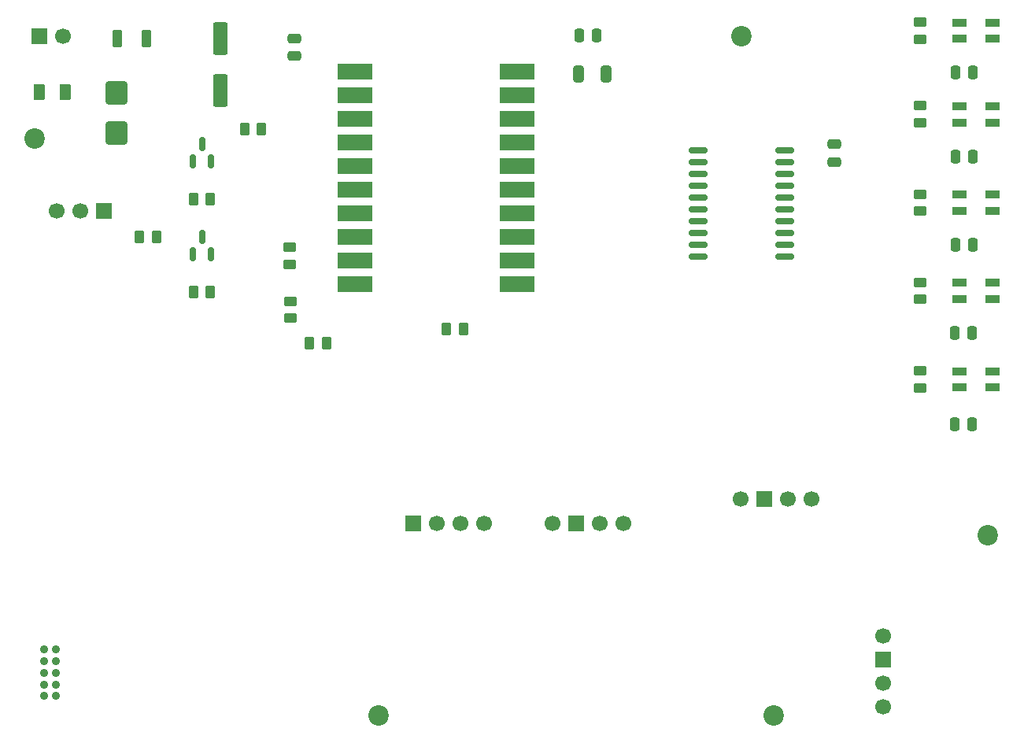
<source format=gts>
%TF.GenerationSoftware,KiCad,Pcbnew,9.0.5*%
%TF.CreationDate,2025-11-19T18:58:22+01:00*%
%TF.ProjectId,aeris,61657269-732e-46b6-9963-61645f706362,rev?*%
%TF.SameCoordinates,Original*%
%TF.FileFunction,Soldermask,Top*%
%TF.FilePolarity,Negative*%
%FSLAX46Y46*%
G04 Gerber Fmt 4.6, Leading zero omitted, Abs format (unit mm)*
G04 Created by KiCad (PCBNEW 9.0.5) date 2025-11-19 18:58:22*
%MOMM*%
%LPD*%
G01*
G04 APERTURE LIST*
G04 Aperture macros list*
%AMRoundRect*
0 Rectangle with rounded corners*
0 $1 Rounding radius*
0 $2 $3 $4 $5 $6 $7 $8 $9 X,Y pos of 4 corners*
0 Add a 4 corners polygon primitive as box body*
4,1,4,$2,$3,$4,$5,$6,$7,$8,$9,$2,$3,0*
0 Add four circle primitives for the rounded corners*
1,1,$1+$1,$2,$3*
1,1,$1+$1,$4,$5*
1,1,$1+$1,$6,$7*
1,1,$1+$1,$8,$9*
0 Add four rect primitives between the rounded corners*
20,1,$1+$1,$2,$3,$4,$5,0*
20,1,$1+$1,$4,$5,$6,$7,0*
20,1,$1+$1,$6,$7,$8,$9,0*
20,1,$1+$1,$8,$9,$2,$3,0*%
G04 Aperture macros list end*
%ADD10R,3.700000X1.700000*%
%ADD11R,1.600000X0.850000*%
%ADD12RoundRect,0.250000X-0.262500X-0.450000X0.262500X-0.450000X0.262500X0.450000X-0.262500X0.450000X0*%
%ADD13C,1.700000*%
%ADD14R,1.700000X1.700000*%
%ADD15C,2.200000*%
%ADD16RoundRect,0.250000X-0.375000X-0.625000X0.375000X-0.625000X0.375000X0.625000X-0.375000X0.625000X0*%
%ADD17RoundRect,0.150000X0.150000X-0.587500X0.150000X0.587500X-0.150000X0.587500X-0.150000X-0.587500X0*%
%ADD18RoundRect,0.250000X-0.250000X-0.475000X0.250000X-0.475000X0.250000X0.475000X-0.250000X0.475000X0*%
%ADD19RoundRect,0.250000X0.450000X-0.262500X0.450000X0.262500X-0.450000X0.262500X-0.450000X-0.262500X0*%
%ADD20RoundRect,0.250000X-0.550000X1.500000X-0.550000X-1.500000X0.550000X-1.500000X0.550000X1.500000X0*%
%ADD21RoundRect,0.250000X0.475000X-0.250000X0.475000X0.250000X-0.475000X0.250000X-0.475000X-0.250000X0*%
%ADD22RoundRect,0.250000X0.275000X0.700000X-0.275000X0.700000X-0.275000X-0.700000X0.275000X-0.700000X0*%
%ADD23RoundRect,0.250000X-0.475000X0.250000X-0.475000X-0.250000X0.475000X-0.250000X0.475000X0.250000X0*%
%ADD24RoundRect,0.250000X-0.325000X-0.650000X0.325000X-0.650000X0.325000X0.650000X-0.325000X0.650000X0*%
%ADD25RoundRect,0.250000X0.262500X0.450000X-0.262500X0.450000X-0.262500X-0.450000X0.262500X-0.450000X0*%
%ADD26RoundRect,0.250000X0.900000X-1.000000X0.900000X1.000000X-0.900000X1.000000X-0.900000X-1.000000X0*%
%ADD27RoundRect,0.150000X-0.875000X-0.150000X0.875000X-0.150000X0.875000X0.150000X-0.875000X0.150000X0*%
%ADD28RoundRect,0.250000X-0.450000X0.262500X-0.450000X-0.262500X0.450000X-0.262500X0.450000X0.262500X0*%
%ADD29C,0.900000*%
G04 APERTURE END LIST*
D10*
%TO.C,U1*%
X91400000Y-58620000D03*
X91400000Y-56080000D03*
X91400000Y-53540000D03*
X91400000Y-51000000D03*
X91400000Y-48460000D03*
X91400000Y-45920000D03*
X91400000Y-43380000D03*
X91400000Y-40840000D03*
X91400000Y-38300000D03*
X91400000Y-35760000D03*
X73950000Y-58620000D03*
X73950000Y-56080000D03*
X73950000Y-53540000D03*
X73950000Y-51000000D03*
X73950000Y-48460000D03*
X73950000Y-45920000D03*
X73950000Y-43380000D03*
X73950000Y-40840000D03*
X73950000Y-38300000D03*
X73950000Y-35760000D03*
%TD*%
D11*
%TO.C,D3*%
X142500000Y-50750000D03*
X142500000Y-49000000D03*
X139000000Y-49000000D03*
X139000000Y-50750000D03*
%TD*%
%TO.C,D2*%
X142500000Y-41250000D03*
X142500000Y-39500000D03*
X139000000Y-39500000D03*
X139000000Y-41250000D03*
%TD*%
%TO.C,D5*%
X142500000Y-69750000D03*
X142500000Y-68000000D03*
X139000000Y-68000000D03*
X139000000Y-69750000D03*
%TD*%
D12*
%TO.C,R6*%
X56587500Y-59500000D03*
X58412500Y-59500000D03*
%TD*%
D13*
%TO.C,J4*%
X95220000Y-84380000D03*
D14*
X97760000Y-84380000D03*
D13*
X100300000Y-84380000D03*
X102840000Y-84380000D03*
%TD*%
D15*
%TO.C,H3*%
X39500000Y-43000000D03*
%TD*%
D14*
%TO.C,J7*%
X46990000Y-50800000D03*
D13*
X44450000Y-50800000D03*
X41910000Y-50800000D03*
%TD*%
D12*
%TO.C,R4*%
X83820000Y-63500000D03*
X85645000Y-63500000D03*
%TD*%
D15*
%TO.C,H1*%
X119000000Y-105000000D03*
%TD*%
D16*
%TO.C,F1*%
X40000000Y-38000000D03*
X42800000Y-38000000D03*
%TD*%
D14*
%TO.C,J6*%
X40000000Y-32000000D03*
D13*
X42540000Y-32000000D03*
%TD*%
D17*
%TO.C,Q2*%
X56550000Y-55437500D03*
X58450000Y-55437500D03*
X57500000Y-53562500D03*
%TD*%
D18*
%TO.C,C6*%
X138450000Y-63900000D03*
X140350000Y-63900000D03*
%TD*%
D11*
%TO.C,D4*%
X142500000Y-60250000D03*
X142500000Y-58500000D03*
X139000000Y-58500000D03*
X139000000Y-60250000D03*
%TD*%
D15*
%TO.C,H5*%
X76500000Y-105000000D03*
%TD*%
D19*
%TO.C,R11*%
X134750000Y-50787500D03*
X134750000Y-48962500D03*
%TD*%
D20*
%TO.C,C3*%
X59500000Y-32200000D03*
X59500000Y-37800000D03*
%TD*%
D19*
%TO.C,R9*%
X134750000Y-32287500D03*
X134750000Y-30462500D03*
%TD*%
D13*
%TO.C,J2*%
X130810000Y-96520000D03*
D14*
X130810000Y-99060000D03*
D13*
X130810000Y-101600000D03*
X130810000Y-104140000D03*
%TD*%
D21*
%TO.C,C4*%
X67400000Y-34100000D03*
X67400000Y-32200000D03*
%TD*%
D13*
%TO.C,J5*%
X115460000Y-81730000D03*
D14*
X118000000Y-81730000D03*
D13*
X120540000Y-81730000D03*
X123080000Y-81730000D03*
%TD*%
D22*
%TO.C,FB1*%
X51500000Y-32200000D03*
X48350000Y-32200000D03*
%TD*%
D15*
%TO.C,H2*%
X142000000Y-85630000D03*
%TD*%
D23*
%TO.C,C10*%
X125500000Y-43600000D03*
X125500000Y-45500000D03*
%TD*%
D15*
%TO.C,H4*%
X115500000Y-32000000D03*
%TD*%
D24*
%TO.C,C1*%
X98025000Y-36000000D03*
X100975000Y-36000000D03*
%TD*%
D18*
%TO.C,C2*%
X98050000Y-31900000D03*
X99950000Y-31900000D03*
%TD*%
D25*
%TO.C,R3*%
X70912500Y-65000000D03*
X69087500Y-65000000D03*
%TD*%
D19*
%TO.C,R10*%
X134750000Y-41287500D03*
X134750000Y-39462500D03*
%TD*%
D26*
%TO.C,D0*%
X48300000Y-42350000D03*
X48300000Y-38050000D03*
%TD*%
D12*
%TO.C,R8*%
X50775000Y-53600000D03*
X52600000Y-53600000D03*
%TD*%
D27*
%TO.C,U2*%
X110850000Y-44285000D03*
X110850000Y-45555000D03*
X110850000Y-46825000D03*
X110850000Y-48095000D03*
X110850000Y-49365000D03*
X110850000Y-50635000D03*
X110850000Y-51905000D03*
X110850000Y-53175000D03*
X110850000Y-54445000D03*
X110850000Y-55715000D03*
X120150000Y-55715000D03*
X120150000Y-54445000D03*
X120150000Y-53175000D03*
X120150000Y-51905000D03*
X120150000Y-50635000D03*
X120150000Y-49365000D03*
X120150000Y-48095000D03*
X120150000Y-46825000D03*
X120150000Y-45555000D03*
X120150000Y-44285000D03*
%TD*%
D17*
%TO.C,Q1*%
X56550000Y-45437500D03*
X58450000Y-45437500D03*
X57500000Y-43562500D03*
%TD*%
D19*
%TO.C,R1*%
X66900000Y-56525000D03*
X66900000Y-54700000D03*
%TD*%
%TO.C,R13*%
X134750000Y-69787500D03*
X134750000Y-67962500D03*
%TD*%
D18*
%TO.C,C7*%
X138450000Y-73700000D03*
X140350000Y-73700000D03*
%TD*%
D19*
%TO.C,R12*%
X134750000Y-60287500D03*
X134750000Y-58462500D03*
%TD*%
D11*
%TO.C,D1*%
X142500000Y-32250000D03*
X142500000Y-30500000D03*
X139000000Y-30500000D03*
X139000000Y-32250000D03*
%TD*%
D12*
%TO.C,R5*%
X56587500Y-49500000D03*
X58412500Y-49500000D03*
%TD*%
D18*
%TO.C,C5*%
X138550000Y-54400000D03*
X140450000Y-54400000D03*
%TD*%
D13*
%TO.C,J3*%
X87860000Y-84420000D03*
X85320000Y-84420000D03*
X82780000Y-84420000D03*
D14*
X80240000Y-84420000D03*
%TD*%
D25*
%TO.C,R7*%
X63912500Y-42000000D03*
X62087500Y-42000000D03*
%TD*%
D18*
%TO.C,C9*%
X138550000Y-44900000D03*
X140450000Y-44900000D03*
%TD*%
D28*
%TO.C,R2*%
X67000000Y-60500000D03*
X67000000Y-62325000D03*
%TD*%
D18*
%TO.C,C8*%
X138550000Y-35900000D03*
X140450000Y-35900000D03*
%TD*%
D29*
%TO.C,J1*%
X40515000Y-102950000D03*
X41765000Y-102950000D03*
X40515000Y-101700000D03*
X41765000Y-101700000D03*
X40515000Y-100450000D03*
X41765000Y-100450000D03*
X40515000Y-99200000D03*
X41765000Y-99200000D03*
X40515000Y-97950000D03*
X41765000Y-97950000D03*
%TD*%
M02*

</source>
